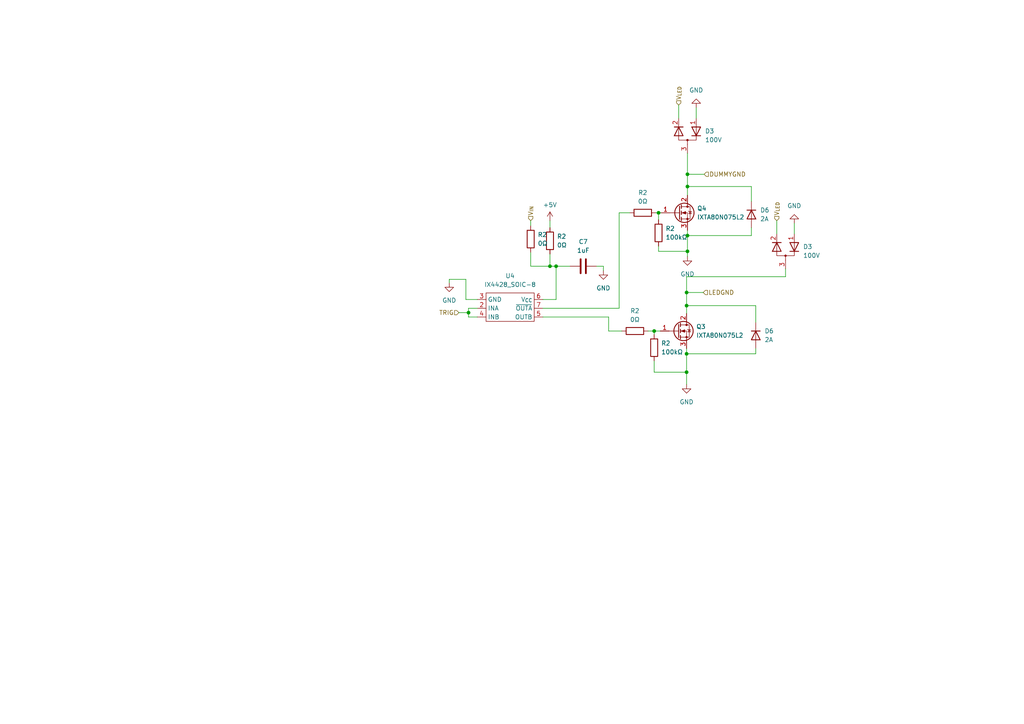
<source format=kicad_sch>
(kicad_sch (version 20230121) (generator eeschema)
  (paper "A4")
  (lib_symbols
    (symbol "Device:C" (pin_numbers hide) (pin_names (offset 0.254))
      (property "Reference" "C" (at 0.635 2.54 0))
      (property "Value" "C" (at 0.635 -2.54 0))
      (symbol "C_0_1"
        (polyline (pts (xy -2.032 -0.762) (xy 2.032 -0.762)) (stroke (width 0.508)))
        (polyline (pts (xy -2.032 0.762) (xy 2.032 0.762)) (stroke (width 0.508)))
      )
      (symbol "C_1_1"
        (pin passive line (at 0 3.81 270) (length 2.794) (name "~") (number "1"))
        (pin passive line (at 0 -3.81 90) (length 2.794) (name "~") (number "2"))
      )
    )
    (symbol "Device:D" (pin_numbers hide) (pin_names (offset 1.016) hide)
      (property "Reference" "D" (at 0 2.54 0))
      (property "Value" "D" (at 0 -2.54 0))
      (symbol "D_0_1"
        (polyline (pts (xy -1.27 1.27) (xy -1.27 -1.27)) (stroke (width 0.254)))
        (polyline (pts (xy 1.27 0) (xy -1.27 0)))
        (polyline (pts (xy 1.27 1.27) (xy 1.27 -1.27) (xy -1.27 0) (xy 1.27 1.27)) (stroke (width 0.254)))
      )
      (symbol "D_1_1"
        (pin passive line (at -3.81 0 0) (length 2.54) (name "K") (number "1"))
        (pin passive line (at 3.81 0 180) (length 2.54) (name "A") (number "2"))
      )
    )
    (symbol "Device:D_Dual_Series_AKC_Parallel" (pin_names (offset 0.762) hide)
      (property "Reference" "D" (at 0 5.08 0))
      (property "Value" "D_Dual_Series_AKC_Parallel" (at 0 -5.08 0))
      (symbol "D_Dual_Series_AKC_Parallel_0_0"
        (polyline (pts (xy 0 -1.27) (xy 0 -3.81)) (stroke (width 0.254)))
        (polyline (pts (xy 2.54 3.81) (xy 2.54 1.27)) (stroke (width 0.254)))
      )
      (symbol "D_Dual_Series_AKC_Parallel_0_1"
        (circle (center -1.27 0) (radius 0.254) (fill (type outline)))
        (polyline (pts (xy -1.27 0) (xy -2.54 0)))
        (polyline (pts (xy 2.54 2.54) (xy -1.27 2.54) (xy -1.27 -2.54) (xy 2.54 -2.54)))
        (polyline (pts (xy 0 3.81) (xy 2.54 2.54) (xy 0 1.27) (xy 0 3.81) (xy 0 3.81) (xy 0 3.81)) (stroke (width 0.254)))
        (polyline (pts (xy 2.54 -1.27) (xy 0 -2.54) (xy 2.54 -3.81) (xy 2.54 -1.27) (xy 2.54 -1.27) (xy 2.54 -1.27)) (stroke (width 0.254)))
        (pin passive line (at 5.08 -2.54 180) (length 2.54) (name "K") (number "1"))
        (pin passive line (at 5.08 2.54 180) (length 2.54) (name "K") (number "2"))
        (pin passive line (at -5.08 0 0) (length 2.54) (name "A") (number "3"))
      )
    )
    (symbol "Device:Q_NMOS_GDS" (pin_names (offset 0) hide)
      (property "Reference" "Q" (at 5.08 1.27 0))
      (property "Value" "Q_NMOS_GDS" (at 5.08 -1.27 0))
      (symbol "Q_NMOS_GDS_0_1"
        (polyline (pts (xy 0.254 0) (xy -2.54 0)))
        (polyline (pts (xy 0.254 1.905) (xy 0.254 -1.905)) (stroke (width 0.254)))
        (polyline (pts (xy 0.762 -1.27) (xy 0.762 -2.286)) (stroke (width 0.254)))
        (polyline (pts (xy 0.762 0.508) (xy 0.762 -0.508)) (stroke (width 0.254)))
        (polyline (pts (xy 0.762 2.286) (xy 0.762 1.27)) (stroke (width 0.254)))
        (polyline (pts (xy 2.54 2.54) (xy 2.54 1.778)))
        (polyline (pts (xy 2.54 -2.54) (xy 2.54 0) (xy 0.762 0)))
        (polyline (pts (xy 0.762 -1.778) (xy 3.302 -1.778) (xy 3.302 1.778) (xy 0.762 1.778)))
        (polyline (pts (xy 1.016 0) (xy 2.032 0.381) (xy 2.032 -0.381) (xy 1.016 0)) (fill (type outline)))
        (polyline (pts (xy 2.794 0.508) (xy 2.921 0.381) (xy 3.683 0.381) (xy 3.81 0.254)))
        (polyline (pts (xy 3.302 0.381) (xy 2.921 -0.254) (xy 3.683 -0.254) (xy 3.302 0.381)))
        (circle (center 1.651 0) (radius 2.794) (stroke (width 0.254)))
        (circle (center 2.54 -1.778) (radius 0.254) (fill (type outline)))
        (circle (center 2.54 1.778) (radius 0.254) (fill (type outline)))
      )
      (symbol "Q_NMOS_GDS_1_1"
        (pin input line (at -5.08 0 0) (length 2.54) (name "G") (number "1"))
        (pin passive line (at 2.54 5.08 270) (length 2.54) (name "D") (number "2"))
        (pin passive line (at 2.54 -5.08 90) (length 2.54) (name "S") (number "3"))
      )
    )
    (symbol "Device:R" (pin_numbers hide) (pin_names (offset 0))
      (property "Reference" "R" (at 2.032 0 90))
      (property "Value" "R" (at 0 0 90))
      (symbol "R_0_1"
        (rectangle (start -1.016 -2.54) (end 1.016 2.54) (stroke (width 0.254)))
      )
      (symbol "R_1_1"
        (pin passive line (at 0 3.81 270) (length 1.27) (name "~") (number "1"))
        (pin passive line (at 0 -3.81 90) (length 1.27) (name "~") (number "2"))
      )
    )
    (symbol "GateDriver:IX4428_SOIC-8"
      (property "Reference" "U" (at -1.27 3.175 0))
      (property "Value" "IX4428_SOIC-8" (at -1.27 -5.08 0))
      (symbol "IX4428_SOIC-8_0_1"
        (rectangle (start -7.62 4.445) (end 6.35 -3.81))
      )
      (symbol "IX4428_SOIC-8_1_1"
        (pin input line (at -10.16 5.08 0) (length 2.54) hide (name "NC") (number "1"))
        (pin input line (at -10.16 0 0) (length 2.54) (name "INA") (number "2"))
        (pin input line (at -10.16 2.54 0) (length 2.54) (name "GND") (number "3"))
        (pin input line (at -10.16 -2.54 0) (length 2.54) (name "INB") (number "4"))
        (pin input line (at 8.89 -2.54 180) (length 2.54) (name "OUTB") (number "5"))
        (pin input line (at 8.89 2.54 180) (length 2.54) (name "V_{CC}") (number "6"))
        (pin input line (at 8.89 0 180) (length 2.54) (name "~{OUTA}") (number "7"))
        (pin input line (at 8.89 5.08 180) (length 2.54) hide (name "NC") (number "8"))
      )
    )
    (symbol "power:+5V" (power) (pin_names (offset 0))
      (property "Value" "+5V" (at 0 3.556 0))
      (symbol "+5V_0_1"
        (polyline (pts (xy -0.762 1.27) (xy 0 2.54)))
        (polyline (pts (xy 0 0) (xy 0 2.54)))
        (polyline (pts (xy 0 2.54) (xy 0.762 1.27)))
      )
      (symbol "+5V_1_1"
        (pin power_in line (at 0 0 90) (length 0) hide (name "+5V") (number "1"))
      )
    )
    (symbol "power:GND" (power) (pin_names (offset 0))
      (property "Value" "GND" (at 0 -3.81 0))
      (symbol "GND_0_1"
        (polyline (pts (xy 0 0) (xy 0 -1.27) (xy 1.27 -1.27) (xy 0 -2.54) (xy -1.27 -1.27) (xy 0 -1.27)))
      )
      (symbol "GND_1_1"
        (pin power_in line (at 0 0 270) (length 0) hide (name "GND") (number "1"))
      )
    )
  )
  (junction (at 159.512 77.216))
  (junction (at 199.136 102.616))
  (junction (at 199.136 107.95))
  (junction (at 199.39 50.546))
  (junction (at 199.39 68.326))
  (junction (at 199.39 54.102))
  (junction (at 161.29 77.216))
  (junction (at 199.136 84.836))
  (junction (at 135.89 90.678))
  (junction (at 191.008 61.722))
  (junction (at 189.738 96.012))
  (junction (at 199.136 88.646))
  (junction (at 199.39 72.898))
  (wire (pts (xy 130.302 81.026) (xy 135.128 81.026)))
  (wire (pts (xy 159.512 64.008) (xy 159.512 66.04)))
  (wire (pts (xy 191.008 72.898) (xy 199.39 72.898)))
  (wire (pts (xy 135.128 81.026) (xy 135.128 86.868)))
  (wire (pts (xy 153.924 64.008) (xy 153.924 65.532)))
  (wire (pts (xy 199.136 102.616) (xy 219.202 102.616)))
  (wire (pts (xy 172.974 77.216) (xy 175.006 77.216)))
  (wire (pts (xy 157.48 89.408) (xy 179.578 89.408)))
  (wire (pts (xy 176.53 91.948) (xy 176.53 96.012)))
  (wire (pts (xy 191.008 61.722) (xy 191.77 61.722)))
  (wire (pts (xy 225.298 64.008) (xy 225.298 67.818)))
  (wire (pts (xy 130.302 82.042) (xy 130.302 81.026)))
  (wire (pts (xy 135.89 89.408) (xy 138.43 89.408)))
  (wire (pts (xy 161.29 86.868) (xy 161.29 77.216)))
  (wire (pts (xy 135.89 91.948) (xy 135.89 90.678)))
  (wire (pts (xy 199.39 66.802) (xy 199.39 68.326)))
  (wire (pts (xy 196.85 30.48) (xy 196.85 34.29)))
  (wire (pts (xy 189.738 96.012) (xy 191.516 96.012)))
  (wire (pts (xy 217.932 58.42) (xy 217.932 54.102)))
  (wire (pts (xy 219.202 93.472) (xy 219.202 88.646)))
  (wire (pts (xy 138.43 91.948) (xy 135.89 91.948)))
  (wire (pts (xy 191.008 71.374) (xy 191.008 72.898)))
  (wire (pts (xy 187.96 96.012) (xy 189.738 96.012)))
  (wire (pts (xy 135.128 86.868) (xy 138.43 86.868)))
  (wire (pts (xy 179.578 61.722) (xy 179.578 89.408)))
  (wire (pts (xy 135.89 90.678) (xy 135.89 89.408)))
  (wire (pts (xy 190.246 61.722) (xy 191.008 61.722)))
  (wire (pts (xy 199.136 90.932) (xy 199.136 88.646)))
  (wire (pts (xy 199.39 44.45) (xy 199.39 50.546)))
  (wire (pts (xy 159.512 73.66) (xy 159.512 77.216)))
  (wire (pts (xy 199.39 68.326) (xy 199.39 72.898)))
  (wire (pts (xy 133.096 90.678) (xy 135.89 90.678)))
  (wire (pts (xy 189.738 96.012) (xy 189.738 97.028)))
  (wire (pts (xy 199.39 54.102) (xy 199.39 50.546)))
  (wire (pts (xy 199.136 88.646) (xy 199.136 84.836)))
  (wire (pts (xy 199.39 72.898) (xy 199.39 74.422)))
  (wire (pts (xy 157.48 91.948) (xy 176.53 91.948)))
  (wire (pts (xy 153.924 77.216) (xy 159.512 77.216)))
  (wire (pts (xy 199.136 101.092) (xy 199.136 102.616)))
  (wire (pts (xy 161.29 77.216) (xy 165.354 77.216)))
  (wire (pts (xy 153.924 73.152) (xy 153.924 77.216)))
  (wire (pts (xy 199.136 84.836) (xy 203.962 84.836)))
  (wire (pts (xy 175.006 77.216) (xy 175.006 78.486)))
  (wire (pts (xy 201.93 31.242) (xy 201.93 34.29)))
  (wire (pts (xy 199.39 56.642) (xy 199.39 54.102)))
  (wire (pts (xy 199.136 102.616) (xy 199.136 107.95)))
  (wire (pts (xy 219.202 88.646) (xy 199.136 88.646)))
  (wire (pts (xy 191.008 61.722) (xy 191.008 63.754)))
  (wire (pts (xy 217.932 54.102) (xy 199.39 54.102)))
  (wire (pts (xy 230.378 64.77) (xy 230.378 67.818)))
  (wire (pts (xy 189.738 107.95) (xy 199.136 107.95)))
  (wire (pts (xy 199.136 107.95) (xy 199.136 111.506)))
  (wire (pts (xy 217.932 68.326) (xy 217.932 66.04)))
  (wire (pts (xy 157.48 86.868) (xy 161.29 86.868)))
  (wire (pts (xy 176.53 96.012) (xy 180.34 96.012)))
  (wire (pts (xy 227.838 80.264) (xy 227.838 77.978)))
  (wire (pts (xy 159.512 77.216) (xy 161.29 77.216)))
  (wire (pts (xy 199.136 84.836) (xy 199.136 80.264)))
  (wire (pts (xy 199.39 68.326) (xy 217.932 68.326)))
  (wire (pts (xy 219.202 102.616) (xy 219.202 101.092)))
  (wire (pts (xy 182.626 61.722) (xy 179.578 61.722)))
  (wire (pts (xy 199.39 50.546) (xy 204.216 50.546)))
  (wire (pts (xy 199.136 80.264) (xy 227.838 80.264)))
  (wire (pts (xy 189.738 104.648) (xy 189.738 107.95)))
  (hierarchical_label "DUMMYGND" (shape input) (at 204.216 50.546 0))
  (hierarchical_label "V_{IN}" (shape input) (at 153.924 64.008 90))
  (hierarchical_label "TRIG" (shape input) (at 133.096 90.678 180))
  (hierarchical_label "V_{LED}" (shape input) (at 196.85 30.48 90))
  (hierarchical_label "LEDGND" (shape input) (at 203.962 84.836 0))
  (hierarchical_label "V_{LED}" (shape input) (at 225.298 64.008 90))
  (symbol (lib_id "Device:D_Dual_Series_AKC_Parallel") (at 199.39 39.37 90) (unit 1)
    (property "Reference" "D3" (at 204.47 38.0365 90) (effects (justify right)))
    (property "Value" "100V" (at 204.47 40.5765 90) (effects (justify right)))
    (property "Footprint" "Package_TO_SOT_SMD:SOT-23-3" (effects hide))
    (instances (project "LT3081LEDDummyDriver" (path "" (reference "D3") (unit 1)) (path "" (reference "D9") (unit 1))) (project "ValveServoI2C" (path "" (reference "D74") (unit 1)) (path "" (reference "D75") (unit 1)) (path "" (reference "D76") (unit 1)) (path "" (reference "D78") (unit 1)) (path "" (reference "D81") (unit 1)) (path "" (reference "D83") (unit 1)) (path "" (reference "D85") (unit 1)) (path "" (reference "D87") (unit 1)) (path "" (reference "D33") (unit 1)) (path "" (reference "D39") (unit 1))))
  )
  (symbol (lib_id "Device:D") (at 217.932 62.23 270) (unit 1)
    (property "Reference" "D6" (at 220.472 60.96 90) (effects (justify left)))
    (property "Value" "2A" (at 220.472 63.5 90) (effects (justify left)))
    (property "Footprint" "Diode_SMD:D_SMA" (effects hide))
    (property "Sim.Device" "D" (effects hide))
    (property "Sim.Pins" "1=K 2=A" (effects hide))
    (instances (project "LT3081LEDDummyDriver" (path "" (reference "D6") (unit 1)) (path "" (reference "D7") (unit 1)) (path "" (reference "D11") (unit 1))))
  )
  (symbol (lib_id "power:GND") (at 230.378 64.77 180) (unit 1)
    (property "Reference" "#PWR034" (effects hide))
    (property "Value" "GND" (at 230.378 59.69 0))
    (instances (project "LT3081LEDDummyDriver" (path "" (reference "#PWR034") (unit 1)) (path "" (reference "#PWR044") (unit 1))) (project "ValveServoI2C" (path "" (reference "#PWR01") (unit 1)) (path "" (reference "#PWR013") (unit 1)) (path "" (reference "#PWR017") (unit 1)) (path "" (reference "#PWR040") (unit 1)) (path "" (reference "#PWR032") (unit 1)) (path "" (reference "#PWR058") (unit 1)) (path "" (reference "#PWR066") (unit 1)) (path "" (reference "#PWR080") (unit 1)) (path "" (reference "#PWR088") (unit 1)) (path "" (reference "#PWR010") (unit 1)) (path "" (reference "#PWR083") (unit 1))))
  )
  (symbol (lib_id "Device:R") (at 186.436 61.722 90) (unit 1)
    (property "Reference" "R2" (at 186.436 55.88 90))
    (property "Value" "0Ω" (at 186.436 58.42 90))
    (property "Footprint" "Resistor_SMD:R_0805_2012Metric_Pad1.20x1.40mm_HandSolder" (effects hide))
    (instances (project "LT3081LEDDummyDriver" (path "" (reference "R2") (unit 1)) (path "" (reference "R11") (unit 1)) (path "" (reference "R39") (unit 1))))
  )
  (symbol (lib_id "Device:C") (at 169.164 77.216 90) (unit 1)
    (property "Reference" "C7" (at 169.164 70.104 90))
    (property "Value" "1uF" (at 169.164 72.644 90))
    (property "Footprint" "Capacitor_SMD:C_0805_2012Metric_Pad1.18x1.45mm_HandSolder" (effects hide))
    (instances (project "LT3081LEDDummyDriver" (path "" (reference "C7") (unit 1)) (path "" (reference "C8") (unit 1)) (path "" (reference "C10") (unit 1))))
  )
  (symbol (lib_id "Device:R") (at 191.008 67.564 180) (unit 1)
    (property "Reference" "R2" (at 193.04 66.294 0) (effects (justify right)))
    (property "Value" "100kΩ" (at 193.04 68.834 0) (effects (justify right)))
    (property "Footprint" "Resistor_SMD:R_0805_2012Metric_Pad1.20x1.40mm_HandSolder" (effects hide))
    (instances (project "LT3081LEDDummyDriver" (path "" (reference "R2") (unit 1)) (path "" (reference "R11") (unit 1)) (path "" (reference "R44") (unit 1))))
  )
  (symbol (lib_id "power:GND") (at 130.302 82.042 0) (mirror y) (unit 1)
    (property "Reference" "#PWR017" (effects hide))
    (property "Value" "GND" (at 130.302 87.122 0))
    (instances (project "LT3081LEDDummyDriver" (path "" (reference "#PWR017") (unit 1)) (path "" (reference "#PWR017") (unit 1)) (path "" (reference "#PWR038") (unit 1))))
  )
  (symbol (lib_id "power:GND") (at 199.39 74.422 0) (mirror y) (unit 1)
    (property "Reference" "#PWR017" (effects hide))
    (property "Value" "GND" (at 199.39 79.502 0))
    (instances (project "LT3081LEDDummyDriver" (path "" (reference "#PWR017") (unit 1)) (path "" (reference "#PWR017") (unit 1)) (path "" (reference "#PWR042") (unit 1))))
  )
  (symbol (lib_id "Device:D_Dual_Series_AKC_Parallel") (at 227.838 72.898 90) (unit 1)
    (property "Reference" "D3" (at 232.918 71.5645 90) (effects (justify right)))
    (property "Value" "100V" (at 232.918 74.1045 90) (effects (justify right)))
    (property "Footprint" "Package_TO_SOT_SMD:SOT-23-3" (effects hide))
    (instances (project "LT3081LEDDummyDriver" (path "" (reference "D3") (unit 1)) (path "" (reference "D8") (unit 1))) (project "ValveServoI2C" (path "" (reference "D74") (unit 1)) (path "" (reference "D75") (unit 1)) (path "" (reference "D76") (unit 1)) (path "" (reference "D78") (unit 1)) (path "" (reference "D81") (unit 1)) (path "" (reference "D83") (unit 1)) (path "" (reference "D85") (unit 1)) (path "" (reference "D87") (unit 1)) (path "" (reference "D33") (unit 1)) (path "" (reference "D39") (unit 1))))
  )
  (symbol (lib_id "Device:R") (at 184.15 96.012 90) (unit 1)
    (property "Reference" "R2" (at 184.15 90.17 90))
    (property "Value" "0Ω" (at 184.15 92.71 90))
    (property "Footprint" "Resistor_SMD:R_0805_2012Metric_Pad1.20x1.40mm_HandSolder" (effects hide))
    (instances (project "LT3081LEDDummyDriver" (path "" (reference "R2") (unit 1)) (path "" (reference "R11") (unit 1)) (path "" (reference "R38") (unit 1))))
  )
  (symbol (lib_id "Device:Q_NMOS_GDS") (at 196.85 61.722 0) (unit 1)
    (property "Reference" "Q4" (at 202.184 60.452 0) (effects (justify left)))
    (property "Value" "IXTA80N075L2" (at 202.184 62.992 0) (effects (justify left)))
    (property "Footprint" "Package_TO_SOT_SMD:TO-263-3_TabPin2" (effects hide))
  )
  (symbol (lib_id "Device:R") (at 159.512 69.85 180) (unit 1)
    (property "Reference" "R2" (at 161.544 68.58 0) (effects (justify right)))
    (property "Value" "0Ω" (at 161.544 71.12 0) (effects (justify right)))
    (property "Footprint" "Resistor_SMD:R_0805_2012Metric_Pad1.20x1.40mm_HandSolder" (effects hide))
    (instances (project "LT3081LEDDummyDriver" (path "" (reference "R2") (unit 1)) (path "" (reference "R11") (unit 1)) (path "" (reference "R43") (unit 1))))
  )
  (symbol (lib_id "power:GND") (at 201.93 31.242 180) (unit 1)
    (property "Reference" "#PWR034" (effects hide))
    (property "Value" "GND" (at 201.93 26.162 0))
    (instances (project "LT3081LEDDummyDriver" (path "" (reference "#PWR034") (unit 1)) (path "" (reference "#PWR043") (unit 1))) (project "ValveServoI2C" (path "" (reference "#PWR01") (unit 1)) (path "" (reference "#PWR013") (unit 1)) (path "" (reference "#PWR017") (unit 1)) (path "" (reference "#PWR040") (unit 1)) (path "" (reference "#PWR032") (unit 1)) (path "" (reference "#PWR058") (unit 1)) (path "" (reference "#PWR066") (unit 1)) (path "" (reference "#PWR080") (unit 1)) (path "" (reference "#PWR088") (unit 1)) (path "" (reference "#PWR010") (unit 1)) (path "" (reference "#PWR083") (unit 1))))
  )
  (symbol (lib_id "power:GND") (at 175.006 78.486 0) (mirror y) (unit 1)
    (property "Reference" "#PWR017" (effects hide))
    (property "Value" "GND" (at 175.006 83.566 0))
    (instances (project "LT3081LEDDummyDriver" (path "" (reference "#PWR017") (unit 1)) (path "" (reference "#PWR017") (unit 1)) (path "" (reference "#PWR05") (unit 1))))
  )
  (symbol (lib_id "Device:R") (at 153.924 69.342 180) (unit 1)
    (property "Reference" "R2" (at 155.956 68.072 0) (effects (justify right)))
    (property "Value" "0Ω" (at 155.956 70.612 0) (effects (justify right)))
    (property "Footprint" "Resistor_SMD:R_0805_2012Metric_Pad1.20x1.40mm_HandSolder" (effects hide))
    (instances (project "LT3081LEDDummyDriver" (path "" (reference "R2") (unit 1)) (path "" (reference "R11") (unit 1)) (path "" (reference "R42") (unit 1))))
  )
  (symbol (lib_id "power:GND") (at 199.136 111.506 0) (mirror y) (unit 1)
    (property "Reference" "#PWR017" (effects hide))
    (property "Value" "GND" (at 199.136 116.586 0))
    (instances (project "LT3081LEDDummyDriver" (path "" (reference "#PWR017") (unit 1)) (path "" (reference "#PWR017") (unit 1)) (path "" (reference "#PWR041") (unit 1))))
  )
  (symbol (lib_id "power:+5V") (at 159.512 64.008 0) (mirror y) (unit 1)
    (property "Reference" "#PWR016" (effects hide))
    (property "Value" "+5V" (at 159.512 59.436 0))
    (instances (project "LT3081LEDDummyDriver" (path "" (reference "#PWR016") (unit 1)) (path "" (reference "#PWR018") (unit 1)) (path "" (reference "#PWR037") (unit 1))))
  )
  (symbol (lib_id "Device:Q_NMOS_GDS") (at 196.596 96.012 0) (unit 1)
    (property "Reference" "Q3" (at 201.93 94.742 0) (effects (justify left)))
    (property "Value" "IXTA80N075L2" (at 201.93 97.282 0) (effects (justify left)))
    (property "Footprint" "Package_TO_SOT_SMD:TO-263-3_TabPin2" (effects hide))
  )
  (symbol (lib_id "GateDriver:IX4428_SOIC-8") (at 148.59 89.408 0) (unit 1)
    (property "Reference" "U4" (at 147.955 80.01 0))
    (property "Value" "IX4428_SOIC-8" (at 147.955 82.55 0))
    (property "Footprint" "Package_SO:SOIC-8_3.9x4.9mm_P1.27mm" (effects hide))
    (property "Datasheet" "https://www.ixysic.com/home/pdfs.nsf/www/IX4426-27-28.pdf/$file/IX4426-27-28.pdf" (effects hide))
  )
  (symbol (lib_id "Device:R") (at 189.738 100.838 180) (unit 1)
    (property "Reference" "R2" (at 191.77 99.568 0) (effects (justify right)))
    (property "Value" "100kΩ" (at 191.77 102.108 0) (effects (justify right)))
    (property "Footprint" "Resistor_SMD:R_0805_2012Metric_Pad1.20x1.40mm_HandSolder" (effects hide))
    (instances (project "LT3081LEDDummyDriver" (path "" (reference "R2") (unit 1)) (path "" (reference "R11") (unit 1)) (path "" (reference "R45") (unit 1))))
  )
  (symbol (lib_id "Device:D") (at 219.202 97.282 270) (unit 1)
    (property "Reference" "D6" (at 221.742 96.012 90) (effects (justify left)))
    (property "Value" "2A" (at 221.742 98.552 90) (effects (justify left)))
    (property "Footprint" "Diode_SMD:D_SMA" (effects hide))
    (property "Sim.Device" "D" (effects hide))
    (property "Sim.Pins" "1=K 2=A" (effects hide))
    (instances (project "LT3081LEDDummyDriver" (path "" (reference "D6") (unit 1)) (path "" (reference "D7") (unit 1)) (path "" (reference "D10") (unit 1))))
  )
)
</source>
